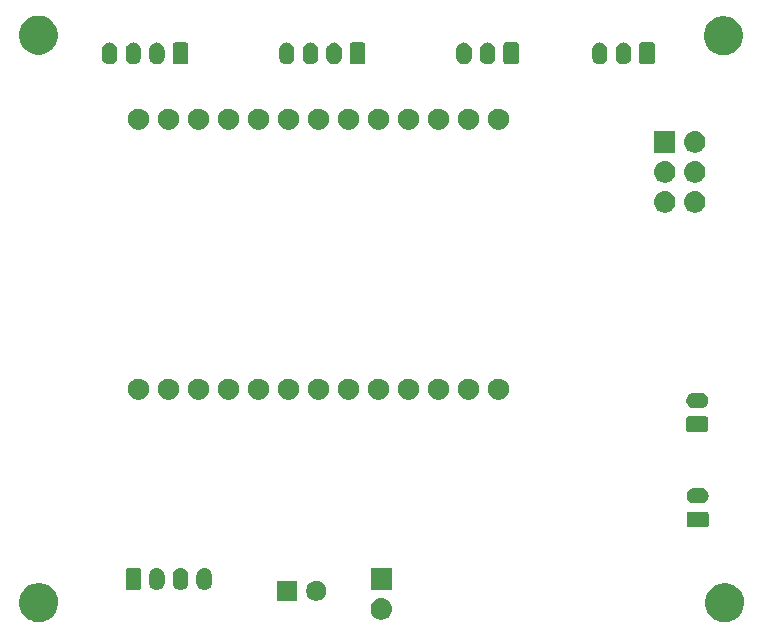
<source format=gbr>
G04 #@! TF.GenerationSoftware,KiCad,Pcbnew,5.1.4*
G04 #@! TF.CreationDate,2019-11-29T20:38:04+00:00*
G04 #@! TF.ProjectId,ESP32ControllerCircuit,45535033-3243-46f6-9e74-726f6c6c6572,rev?*
G04 #@! TF.SameCoordinates,Original*
G04 #@! TF.FileFunction,Soldermask,Bot*
G04 #@! TF.FilePolarity,Negative*
%FSLAX46Y46*%
G04 Gerber Fmt 4.6, Leading zero omitted, Abs format (unit mm)*
G04 Created by KiCad (PCBNEW 5.1.4) date 2019-11-29 20:38:04*
%MOMM*%
%LPD*%
G04 APERTURE LIST*
%ADD10C,0.100000*%
G04 APERTURE END LIST*
D10*
G36*
X134455256Y-126901298D02*
G01*
X134561579Y-126922447D01*
X134774037Y-127010450D01*
X134837898Y-127036902D01*
X134862042Y-127046903D01*
X135132451Y-127227585D01*
X135362415Y-127457549D01*
X135543097Y-127727958D01*
X135667553Y-128028421D01*
X135670350Y-128042481D01*
X135731000Y-128347389D01*
X135731000Y-128672611D01*
X135726838Y-128693534D01*
X135667553Y-128991579D01*
X135543097Y-129292042D01*
X135362415Y-129562451D01*
X135132451Y-129792415D01*
X134862042Y-129973097D01*
X134561579Y-130097553D01*
X134455256Y-130118702D01*
X134242611Y-130161000D01*
X133917389Y-130161000D01*
X133704744Y-130118702D01*
X133598421Y-130097553D01*
X133297958Y-129973097D01*
X133027549Y-129792415D01*
X132797585Y-129562451D01*
X132616903Y-129292042D01*
X132492447Y-128991579D01*
X132433162Y-128693534D01*
X132429000Y-128672611D01*
X132429000Y-128347389D01*
X132489650Y-128042481D01*
X132492447Y-128028421D01*
X132616903Y-127727958D01*
X132797585Y-127457549D01*
X133027549Y-127227585D01*
X133297958Y-127046903D01*
X133322103Y-127036902D01*
X133385963Y-127010450D01*
X133598421Y-126922447D01*
X133704744Y-126901298D01*
X133917389Y-126859000D01*
X134242611Y-126859000D01*
X134455256Y-126901298D01*
X134455256Y-126901298D01*
G37*
G36*
X76375256Y-126891298D02*
G01*
X76481579Y-126912447D01*
X76782042Y-127036903D01*
X77052451Y-127217585D01*
X77282415Y-127447549D01*
X77463097Y-127717958D01*
X77587553Y-128018421D01*
X77592339Y-128042481D01*
X77651000Y-128337389D01*
X77651000Y-128662611D01*
X77644849Y-128693532D01*
X77587553Y-128981579D01*
X77463097Y-129282042D01*
X77282415Y-129552451D01*
X77052451Y-129782415D01*
X76782042Y-129963097D01*
X76782041Y-129963098D01*
X76782040Y-129963098D01*
X76694037Y-129999550D01*
X76481579Y-130087553D01*
X76375256Y-130108702D01*
X76162611Y-130151000D01*
X75837389Y-130151000D01*
X75624744Y-130108702D01*
X75518421Y-130087553D01*
X75305963Y-129999550D01*
X75217960Y-129963098D01*
X75217959Y-129963098D01*
X75217958Y-129963097D01*
X74947549Y-129782415D01*
X74717585Y-129552451D01*
X74536903Y-129282042D01*
X74412447Y-128981579D01*
X74355151Y-128693532D01*
X74349000Y-128662611D01*
X74349000Y-128337389D01*
X74407661Y-128042481D01*
X74412447Y-128018421D01*
X74536903Y-127717958D01*
X74717585Y-127447549D01*
X74947549Y-127217585D01*
X75217958Y-127036903D01*
X75518421Y-126912447D01*
X75624744Y-126891298D01*
X75837389Y-126849000D01*
X76162611Y-126849000D01*
X76375256Y-126891298D01*
X76375256Y-126891298D01*
G37*
G36*
X105110442Y-128145518D02*
G01*
X105176627Y-128152037D01*
X105346466Y-128203557D01*
X105502991Y-128287222D01*
X105538729Y-128316552D01*
X105640186Y-128399814D01*
X105723448Y-128501271D01*
X105752778Y-128537009D01*
X105836443Y-128693534D01*
X105887963Y-128863373D01*
X105905359Y-129040000D01*
X105887963Y-129216627D01*
X105836443Y-129386466D01*
X105752778Y-129542991D01*
X105745014Y-129552451D01*
X105640186Y-129680186D01*
X105538729Y-129763448D01*
X105502991Y-129792778D01*
X105346466Y-129876443D01*
X105176627Y-129927963D01*
X105110442Y-129934482D01*
X105044260Y-129941000D01*
X104955740Y-129941000D01*
X104889558Y-129934482D01*
X104823373Y-129927963D01*
X104653534Y-129876443D01*
X104497009Y-129792778D01*
X104461271Y-129763448D01*
X104359814Y-129680186D01*
X104254986Y-129552451D01*
X104247222Y-129542991D01*
X104163557Y-129386466D01*
X104112037Y-129216627D01*
X104094641Y-129040000D01*
X104112037Y-128863373D01*
X104163557Y-128693534D01*
X104247222Y-128537009D01*
X104276552Y-128501271D01*
X104359814Y-128399814D01*
X104461271Y-128316552D01*
X104497009Y-128287222D01*
X104653534Y-128203557D01*
X104823373Y-128152037D01*
X104889558Y-128145518D01*
X104955740Y-128139000D01*
X105044260Y-128139000D01*
X105110442Y-128145518D01*
X105110442Y-128145518D01*
G37*
G36*
X99748228Y-126681703D02*
G01*
X99903100Y-126745853D01*
X100042481Y-126838985D01*
X100161015Y-126957519D01*
X100254147Y-127096900D01*
X100318297Y-127251772D01*
X100351000Y-127416184D01*
X100351000Y-127583816D01*
X100318297Y-127748228D01*
X100254147Y-127903100D01*
X100161015Y-128042481D01*
X100042481Y-128161015D01*
X99903100Y-128254147D01*
X99748228Y-128318297D01*
X99583816Y-128351000D01*
X99416184Y-128351000D01*
X99251772Y-128318297D01*
X99096900Y-128254147D01*
X98957519Y-128161015D01*
X98838985Y-128042481D01*
X98745853Y-127903100D01*
X98681703Y-127748228D01*
X98649000Y-127583816D01*
X98649000Y-127416184D01*
X98681703Y-127251772D01*
X98745853Y-127096900D01*
X98838985Y-126957519D01*
X98957519Y-126838985D01*
X99096900Y-126745853D01*
X99251772Y-126681703D01*
X99416184Y-126649000D01*
X99583816Y-126649000D01*
X99748228Y-126681703D01*
X99748228Y-126681703D01*
G37*
G36*
X97851000Y-128351000D02*
G01*
X96149000Y-128351000D01*
X96149000Y-126649000D01*
X97851000Y-126649000D01*
X97851000Y-128351000D01*
X97851000Y-128351000D01*
G37*
G36*
X88127617Y-125583420D02*
G01*
X88208399Y-125607925D01*
X88250335Y-125620646D01*
X88363424Y-125681094D01*
X88462554Y-125762447D01*
X88543906Y-125861575D01*
X88604354Y-125974664D01*
X88614040Y-126006596D01*
X88641580Y-126097382D01*
X88651000Y-126193027D01*
X88651000Y-126806973D01*
X88641580Y-126902618D01*
X88614040Y-126993404D01*
X88604354Y-127025336D01*
X88543906Y-127138425D01*
X88462554Y-127237554D01*
X88363425Y-127318906D01*
X88250336Y-127379354D01*
X88218404Y-127389040D01*
X88127618Y-127416580D01*
X88000000Y-127429149D01*
X87872383Y-127416580D01*
X87781597Y-127389040D01*
X87749665Y-127379354D01*
X87636576Y-127318906D01*
X87537447Y-127237554D01*
X87456096Y-127138427D01*
X87456095Y-127138425D01*
X87407174Y-127046902D01*
X87395645Y-127025333D01*
X87383237Y-126984427D01*
X87358420Y-126902618D01*
X87349000Y-126806973D01*
X87349000Y-126193028D01*
X87358420Y-126097383D01*
X87395645Y-125974669D01*
X87395646Y-125974665D01*
X87456094Y-125861576D01*
X87537447Y-125762446D01*
X87636575Y-125681094D01*
X87749664Y-125620646D01*
X87791600Y-125607925D01*
X87872382Y-125583420D01*
X88000000Y-125570851D01*
X88127617Y-125583420D01*
X88127617Y-125583420D01*
G37*
G36*
X90127617Y-125583420D02*
G01*
X90208399Y-125607925D01*
X90250335Y-125620646D01*
X90363424Y-125681094D01*
X90462554Y-125762447D01*
X90543906Y-125861575D01*
X90604354Y-125974664D01*
X90614040Y-126006596D01*
X90641580Y-126097382D01*
X90651000Y-126193027D01*
X90651000Y-126806973D01*
X90641580Y-126902618D01*
X90614040Y-126993404D01*
X90604354Y-127025336D01*
X90543906Y-127138425D01*
X90462554Y-127237554D01*
X90363425Y-127318906D01*
X90250336Y-127379354D01*
X90218404Y-127389040D01*
X90127618Y-127416580D01*
X90000000Y-127429149D01*
X89872383Y-127416580D01*
X89781597Y-127389040D01*
X89749665Y-127379354D01*
X89636576Y-127318906D01*
X89537447Y-127237554D01*
X89456096Y-127138427D01*
X89456095Y-127138425D01*
X89407174Y-127046902D01*
X89395645Y-127025333D01*
X89383237Y-126984427D01*
X89358420Y-126902618D01*
X89349000Y-126806973D01*
X89349000Y-126193028D01*
X89358420Y-126097383D01*
X89395645Y-125974669D01*
X89395646Y-125974665D01*
X89456094Y-125861576D01*
X89537447Y-125762446D01*
X89636575Y-125681094D01*
X89749664Y-125620646D01*
X89791600Y-125607925D01*
X89872382Y-125583420D01*
X90000000Y-125570851D01*
X90127617Y-125583420D01*
X90127617Y-125583420D01*
G37*
G36*
X86127617Y-125583420D02*
G01*
X86208399Y-125607925D01*
X86250335Y-125620646D01*
X86363424Y-125681094D01*
X86462554Y-125762447D01*
X86543906Y-125861575D01*
X86604354Y-125974664D01*
X86614040Y-126006596D01*
X86641580Y-126097382D01*
X86651000Y-126193027D01*
X86651000Y-126806973D01*
X86641580Y-126902618D01*
X86614040Y-126993404D01*
X86604354Y-127025336D01*
X86543906Y-127138425D01*
X86462554Y-127237554D01*
X86363425Y-127318906D01*
X86250336Y-127379354D01*
X86218404Y-127389040D01*
X86127618Y-127416580D01*
X86000000Y-127429149D01*
X85872383Y-127416580D01*
X85781597Y-127389040D01*
X85749665Y-127379354D01*
X85636576Y-127318906D01*
X85537447Y-127237554D01*
X85456096Y-127138427D01*
X85456095Y-127138425D01*
X85407174Y-127046902D01*
X85395645Y-127025333D01*
X85383237Y-126984427D01*
X85358420Y-126902618D01*
X85349000Y-126806973D01*
X85349000Y-126193028D01*
X85358420Y-126097383D01*
X85395645Y-125974669D01*
X85395646Y-125974665D01*
X85456094Y-125861576D01*
X85537447Y-125762446D01*
X85636575Y-125681094D01*
X85749664Y-125620646D01*
X85791600Y-125607925D01*
X85872382Y-125583420D01*
X86000000Y-125570851D01*
X86127617Y-125583420D01*
X86127617Y-125583420D01*
G37*
G36*
X84491242Y-125578404D02*
G01*
X84528337Y-125589657D01*
X84562515Y-125607925D01*
X84592481Y-125632519D01*
X84617075Y-125662485D01*
X84635343Y-125696663D01*
X84646596Y-125733758D01*
X84651000Y-125778474D01*
X84651000Y-127221526D01*
X84646596Y-127266242D01*
X84635343Y-127303337D01*
X84617075Y-127337515D01*
X84592481Y-127367481D01*
X84562515Y-127392075D01*
X84528337Y-127410343D01*
X84491242Y-127421596D01*
X84446526Y-127426000D01*
X83553474Y-127426000D01*
X83508758Y-127421596D01*
X83471663Y-127410343D01*
X83437485Y-127392075D01*
X83407519Y-127367481D01*
X83382925Y-127337515D01*
X83364657Y-127303337D01*
X83353404Y-127266242D01*
X83349000Y-127221526D01*
X83349000Y-125778474D01*
X83353404Y-125733758D01*
X83364657Y-125696663D01*
X83382925Y-125662485D01*
X83407519Y-125632519D01*
X83437485Y-125607925D01*
X83471663Y-125589657D01*
X83508758Y-125578404D01*
X83553474Y-125574000D01*
X84446526Y-125574000D01*
X84491242Y-125578404D01*
X84491242Y-125578404D01*
G37*
G36*
X105901000Y-127401000D02*
G01*
X104099000Y-127401000D01*
X104099000Y-125599000D01*
X105901000Y-125599000D01*
X105901000Y-127401000D01*
X105901000Y-127401000D01*
G37*
G36*
X132556242Y-120803404D02*
G01*
X132593337Y-120814657D01*
X132627515Y-120832925D01*
X132657481Y-120857519D01*
X132682075Y-120887485D01*
X132700343Y-120921663D01*
X132711596Y-120958758D01*
X132716000Y-121003474D01*
X132716000Y-121896526D01*
X132711596Y-121941242D01*
X132700343Y-121978337D01*
X132682075Y-122012515D01*
X132657481Y-122042481D01*
X132627515Y-122067075D01*
X132593337Y-122085343D01*
X132556242Y-122096596D01*
X132511526Y-122101000D01*
X131068474Y-122101000D01*
X131023758Y-122096596D01*
X130986663Y-122085343D01*
X130952485Y-122067075D01*
X130922519Y-122042481D01*
X130897925Y-122012515D01*
X130879657Y-121978337D01*
X130868404Y-121941242D01*
X130864000Y-121896526D01*
X130864000Y-121003474D01*
X130868404Y-120958758D01*
X130879657Y-120921663D01*
X130897925Y-120887485D01*
X130922519Y-120857519D01*
X130952485Y-120832925D01*
X130986663Y-120814657D01*
X131023758Y-120803404D01*
X131068474Y-120799000D01*
X132511526Y-120799000D01*
X132556242Y-120803404D01*
X132556242Y-120803404D01*
G37*
G36*
X132128855Y-118802140D02*
G01*
X132192618Y-118808420D01*
X132283404Y-118835960D01*
X132315336Y-118845646D01*
X132428425Y-118906094D01*
X132527554Y-118987446D01*
X132608906Y-119086575D01*
X132669354Y-119199664D01*
X132669355Y-119199668D01*
X132706580Y-119322382D01*
X132719149Y-119450000D01*
X132706580Y-119577618D01*
X132679040Y-119668404D01*
X132669354Y-119700336D01*
X132608906Y-119813425D01*
X132527554Y-119912554D01*
X132428425Y-119993906D01*
X132315336Y-120054354D01*
X132283404Y-120064040D01*
X132192618Y-120091580D01*
X132128855Y-120097860D01*
X132096974Y-120101000D01*
X131483026Y-120101000D01*
X131451145Y-120097860D01*
X131387382Y-120091580D01*
X131296596Y-120064040D01*
X131264664Y-120054354D01*
X131151575Y-119993906D01*
X131052446Y-119912554D01*
X130971094Y-119813425D01*
X130910646Y-119700336D01*
X130900960Y-119668404D01*
X130873420Y-119577618D01*
X130860851Y-119450000D01*
X130873420Y-119322382D01*
X130910645Y-119199668D01*
X130910646Y-119199664D01*
X130971094Y-119086575D01*
X131052446Y-118987446D01*
X131151575Y-118906094D01*
X131264664Y-118845646D01*
X131296596Y-118835960D01*
X131387382Y-118808420D01*
X131451145Y-118802140D01*
X131483026Y-118799000D01*
X132096974Y-118799000D01*
X132128855Y-118802140D01*
X132128855Y-118802140D01*
G37*
G36*
X132516242Y-112743404D02*
G01*
X132553337Y-112754657D01*
X132587515Y-112772925D01*
X132617481Y-112797519D01*
X132642075Y-112827485D01*
X132660343Y-112861663D01*
X132671596Y-112898758D01*
X132676000Y-112943474D01*
X132676000Y-113836526D01*
X132671596Y-113881242D01*
X132660343Y-113918337D01*
X132642075Y-113952515D01*
X132617481Y-113982481D01*
X132587515Y-114007075D01*
X132553337Y-114025343D01*
X132516242Y-114036596D01*
X132471526Y-114041000D01*
X131028474Y-114041000D01*
X130983758Y-114036596D01*
X130946663Y-114025343D01*
X130912485Y-114007075D01*
X130882519Y-113982481D01*
X130857925Y-113952515D01*
X130839657Y-113918337D01*
X130828404Y-113881242D01*
X130824000Y-113836526D01*
X130824000Y-112943474D01*
X130828404Y-112898758D01*
X130839657Y-112861663D01*
X130857925Y-112827485D01*
X130882519Y-112797519D01*
X130912485Y-112772925D01*
X130946663Y-112754657D01*
X130983758Y-112743404D01*
X131028474Y-112739000D01*
X132471526Y-112739000D01*
X132516242Y-112743404D01*
X132516242Y-112743404D01*
G37*
G36*
X132088855Y-110742140D02*
G01*
X132152618Y-110748420D01*
X132243404Y-110775960D01*
X132275336Y-110785646D01*
X132388425Y-110846094D01*
X132487554Y-110927446D01*
X132568906Y-111026575D01*
X132629354Y-111139664D01*
X132629355Y-111139668D01*
X132666580Y-111262382D01*
X132679149Y-111390000D01*
X132666580Y-111517618D01*
X132639040Y-111608404D01*
X132629354Y-111640336D01*
X132568906Y-111753425D01*
X132487554Y-111852554D01*
X132388425Y-111933906D01*
X132275336Y-111994354D01*
X132243404Y-112004040D01*
X132152618Y-112031580D01*
X132088855Y-112037860D01*
X132056974Y-112041000D01*
X131443026Y-112041000D01*
X131411145Y-112037860D01*
X131347382Y-112031580D01*
X131256596Y-112004040D01*
X131224664Y-111994354D01*
X131111575Y-111933906D01*
X131012446Y-111852554D01*
X130931094Y-111753425D01*
X130870646Y-111640336D01*
X130860960Y-111608404D01*
X130833420Y-111517618D01*
X130820851Y-111390000D01*
X130833420Y-111262382D01*
X130870645Y-111139668D01*
X130870646Y-111139664D01*
X130931094Y-111026575D01*
X131012446Y-110927446D01*
X131111575Y-110846094D01*
X131224664Y-110785646D01*
X131256596Y-110775960D01*
X131347382Y-110748420D01*
X131411145Y-110742140D01*
X131443026Y-110739000D01*
X132056974Y-110739000D01*
X132088855Y-110742140D01*
X132088855Y-110742140D01*
G37*
G36*
X84553512Y-109533927D02*
G01*
X84702812Y-109563624D01*
X84866784Y-109631544D01*
X85014354Y-109730147D01*
X85139853Y-109855646D01*
X85238456Y-110003216D01*
X85306376Y-110167188D01*
X85341000Y-110341259D01*
X85341000Y-110518741D01*
X85306376Y-110692812D01*
X85238456Y-110856784D01*
X85139853Y-111004354D01*
X85014354Y-111129853D01*
X84866784Y-111228456D01*
X84702812Y-111296376D01*
X84553512Y-111326073D01*
X84528742Y-111331000D01*
X84351258Y-111331000D01*
X84326488Y-111326073D01*
X84177188Y-111296376D01*
X84013216Y-111228456D01*
X83865646Y-111129853D01*
X83740147Y-111004354D01*
X83641544Y-110856784D01*
X83573624Y-110692812D01*
X83539000Y-110518741D01*
X83539000Y-110341259D01*
X83573624Y-110167188D01*
X83641544Y-110003216D01*
X83740147Y-109855646D01*
X83865646Y-109730147D01*
X84013216Y-109631544D01*
X84177188Y-109563624D01*
X84326488Y-109533927D01*
X84351258Y-109529000D01*
X84528742Y-109529000D01*
X84553512Y-109533927D01*
X84553512Y-109533927D01*
G37*
G36*
X87093512Y-109533927D02*
G01*
X87242812Y-109563624D01*
X87406784Y-109631544D01*
X87554354Y-109730147D01*
X87679853Y-109855646D01*
X87778456Y-110003216D01*
X87846376Y-110167188D01*
X87881000Y-110341259D01*
X87881000Y-110518741D01*
X87846376Y-110692812D01*
X87778456Y-110856784D01*
X87679853Y-111004354D01*
X87554354Y-111129853D01*
X87406784Y-111228456D01*
X87242812Y-111296376D01*
X87093512Y-111326073D01*
X87068742Y-111331000D01*
X86891258Y-111331000D01*
X86866488Y-111326073D01*
X86717188Y-111296376D01*
X86553216Y-111228456D01*
X86405646Y-111129853D01*
X86280147Y-111004354D01*
X86181544Y-110856784D01*
X86113624Y-110692812D01*
X86079000Y-110518741D01*
X86079000Y-110341259D01*
X86113624Y-110167188D01*
X86181544Y-110003216D01*
X86280147Y-109855646D01*
X86405646Y-109730147D01*
X86553216Y-109631544D01*
X86717188Y-109563624D01*
X86866488Y-109533927D01*
X86891258Y-109529000D01*
X87068742Y-109529000D01*
X87093512Y-109533927D01*
X87093512Y-109533927D01*
G37*
G36*
X89633512Y-109533927D02*
G01*
X89782812Y-109563624D01*
X89946784Y-109631544D01*
X90094354Y-109730147D01*
X90219853Y-109855646D01*
X90318456Y-110003216D01*
X90386376Y-110167188D01*
X90421000Y-110341259D01*
X90421000Y-110518741D01*
X90386376Y-110692812D01*
X90318456Y-110856784D01*
X90219853Y-111004354D01*
X90094354Y-111129853D01*
X89946784Y-111228456D01*
X89782812Y-111296376D01*
X89633512Y-111326073D01*
X89608742Y-111331000D01*
X89431258Y-111331000D01*
X89406488Y-111326073D01*
X89257188Y-111296376D01*
X89093216Y-111228456D01*
X88945646Y-111129853D01*
X88820147Y-111004354D01*
X88721544Y-110856784D01*
X88653624Y-110692812D01*
X88619000Y-110518741D01*
X88619000Y-110341259D01*
X88653624Y-110167188D01*
X88721544Y-110003216D01*
X88820147Y-109855646D01*
X88945646Y-109730147D01*
X89093216Y-109631544D01*
X89257188Y-109563624D01*
X89406488Y-109533927D01*
X89431258Y-109529000D01*
X89608742Y-109529000D01*
X89633512Y-109533927D01*
X89633512Y-109533927D01*
G37*
G36*
X107413512Y-109533927D02*
G01*
X107562812Y-109563624D01*
X107726784Y-109631544D01*
X107874354Y-109730147D01*
X107999853Y-109855646D01*
X108098456Y-110003216D01*
X108166376Y-110167188D01*
X108201000Y-110341259D01*
X108201000Y-110518741D01*
X108166376Y-110692812D01*
X108098456Y-110856784D01*
X107999853Y-111004354D01*
X107874354Y-111129853D01*
X107726784Y-111228456D01*
X107562812Y-111296376D01*
X107413512Y-111326073D01*
X107388742Y-111331000D01*
X107211258Y-111331000D01*
X107186488Y-111326073D01*
X107037188Y-111296376D01*
X106873216Y-111228456D01*
X106725646Y-111129853D01*
X106600147Y-111004354D01*
X106501544Y-110856784D01*
X106433624Y-110692812D01*
X106399000Y-110518741D01*
X106399000Y-110341259D01*
X106433624Y-110167188D01*
X106501544Y-110003216D01*
X106600147Y-109855646D01*
X106725646Y-109730147D01*
X106873216Y-109631544D01*
X107037188Y-109563624D01*
X107186488Y-109533927D01*
X107211258Y-109529000D01*
X107388742Y-109529000D01*
X107413512Y-109533927D01*
X107413512Y-109533927D01*
G37*
G36*
X92173512Y-109533927D02*
G01*
X92322812Y-109563624D01*
X92486784Y-109631544D01*
X92634354Y-109730147D01*
X92759853Y-109855646D01*
X92858456Y-110003216D01*
X92926376Y-110167188D01*
X92961000Y-110341259D01*
X92961000Y-110518741D01*
X92926376Y-110692812D01*
X92858456Y-110856784D01*
X92759853Y-111004354D01*
X92634354Y-111129853D01*
X92486784Y-111228456D01*
X92322812Y-111296376D01*
X92173512Y-111326073D01*
X92148742Y-111331000D01*
X91971258Y-111331000D01*
X91946488Y-111326073D01*
X91797188Y-111296376D01*
X91633216Y-111228456D01*
X91485646Y-111129853D01*
X91360147Y-111004354D01*
X91261544Y-110856784D01*
X91193624Y-110692812D01*
X91159000Y-110518741D01*
X91159000Y-110341259D01*
X91193624Y-110167188D01*
X91261544Y-110003216D01*
X91360147Y-109855646D01*
X91485646Y-109730147D01*
X91633216Y-109631544D01*
X91797188Y-109563624D01*
X91946488Y-109533927D01*
X91971258Y-109529000D01*
X92148742Y-109529000D01*
X92173512Y-109533927D01*
X92173512Y-109533927D01*
G37*
G36*
X94713512Y-109533927D02*
G01*
X94862812Y-109563624D01*
X95026784Y-109631544D01*
X95174354Y-109730147D01*
X95299853Y-109855646D01*
X95398456Y-110003216D01*
X95466376Y-110167188D01*
X95501000Y-110341259D01*
X95501000Y-110518741D01*
X95466376Y-110692812D01*
X95398456Y-110856784D01*
X95299853Y-111004354D01*
X95174354Y-111129853D01*
X95026784Y-111228456D01*
X94862812Y-111296376D01*
X94713512Y-111326073D01*
X94688742Y-111331000D01*
X94511258Y-111331000D01*
X94486488Y-111326073D01*
X94337188Y-111296376D01*
X94173216Y-111228456D01*
X94025646Y-111129853D01*
X93900147Y-111004354D01*
X93801544Y-110856784D01*
X93733624Y-110692812D01*
X93699000Y-110518741D01*
X93699000Y-110341259D01*
X93733624Y-110167188D01*
X93801544Y-110003216D01*
X93900147Y-109855646D01*
X94025646Y-109730147D01*
X94173216Y-109631544D01*
X94337188Y-109563624D01*
X94486488Y-109533927D01*
X94511258Y-109529000D01*
X94688742Y-109529000D01*
X94713512Y-109533927D01*
X94713512Y-109533927D01*
G37*
G36*
X97253512Y-109533927D02*
G01*
X97402812Y-109563624D01*
X97566784Y-109631544D01*
X97714354Y-109730147D01*
X97839853Y-109855646D01*
X97938456Y-110003216D01*
X98006376Y-110167188D01*
X98041000Y-110341259D01*
X98041000Y-110518741D01*
X98006376Y-110692812D01*
X97938456Y-110856784D01*
X97839853Y-111004354D01*
X97714354Y-111129853D01*
X97566784Y-111228456D01*
X97402812Y-111296376D01*
X97253512Y-111326073D01*
X97228742Y-111331000D01*
X97051258Y-111331000D01*
X97026488Y-111326073D01*
X96877188Y-111296376D01*
X96713216Y-111228456D01*
X96565646Y-111129853D01*
X96440147Y-111004354D01*
X96341544Y-110856784D01*
X96273624Y-110692812D01*
X96239000Y-110518741D01*
X96239000Y-110341259D01*
X96273624Y-110167188D01*
X96341544Y-110003216D01*
X96440147Y-109855646D01*
X96565646Y-109730147D01*
X96713216Y-109631544D01*
X96877188Y-109563624D01*
X97026488Y-109533927D01*
X97051258Y-109529000D01*
X97228742Y-109529000D01*
X97253512Y-109533927D01*
X97253512Y-109533927D01*
G37*
G36*
X99793512Y-109533927D02*
G01*
X99942812Y-109563624D01*
X100106784Y-109631544D01*
X100254354Y-109730147D01*
X100379853Y-109855646D01*
X100478456Y-110003216D01*
X100546376Y-110167188D01*
X100581000Y-110341259D01*
X100581000Y-110518741D01*
X100546376Y-110692812D01*
X100478456Y-110856784D01*
X100379853Y-111004354D01*
X100254354Y-111129853D01*
X100106784Y-111228456D01*
X99942812Y-111296376D01*
X99793512Y-111326073D01*
X99768742Y-111331000D01*
X99591258Y-111331000D01*
X99566488Y-111326073D01*
X99417188Y-111296376D01*
X99253216Y-111228456D01*
X99105646Y-111129853D01*
X98980147Y-111004354D01*
X98881544Y-110856784D01*
X98813624Y-110692812D01*
X98779000Y-110518741D01*
X98779000Y-110341259D01*
X98813624Y-110167188D01*
X98881544Y-110003216D01*
X98980147Y-109855646D01*
X99105646Y-109730147D01*
X99253216Y-109631544D01*
X99417188Y-109563624D01*
X99566488Y-109533927D01*
X99591258Y-109529000D01*
X99768742Y-109529000D01*
X99793512Y-109533927D01*
X99793512Y-109533927D01*
G37*
G36*
X102333512Y-109533927D02*
G01*
X102482812Y-109563624D01*
X102646784Y-109631544D01*
X102794354Y-109730147D01*
X102919853Y-109855646D01*
X103018456Y-110003216D01*
X103086376Y-110167188D01*
X103121000Y-110341259D01*
X103121000Y-110518741D01*
X103086376Y-110692812D01*
X103018456Y-110856784D01*
X102919853Y-111004354D01*
X102794354Y-111129853D01*
X102646784Y-111228456D01*
X102482812Y-111296376D01*
X102333512Y-111326073D01*
X102308742Y-111331000D01*
X102131258Y-111331000D01*
X102106488Y-111326073D01*
X101957188Y-111296376D01*
X101793216Y-111228456D01*
X101645646Y-111129853D01*
X101520147Y-111004354D01*
X101421544Y-110856784D01*
X101353624Y-110692812D01*
X101319000Y-110518741D01*
X101319000Y-110341259D01*
X101353624Y-110167188D01*
X101421544Y-110003216D01*
X101520147Y-109855646D01*
X101645646Y-109730147D01*
X101793216Y-109631544D01*
X101957188Y-109563624D01*
X102106488Y-109533927D01*
X102131258Y-109529000D01*
X102308742Y-109529000D01*
X102333512Y-109533927D01*
X102333512Y-109533927D01*
G37*
G36*
X104873512Y-109533927D02*
G01*
X105022812Y-109563624D01*
X105186784Y-109631544D01*
X105334354Y-109730147D01*
X105459853Y-109855646D01*
X105558456Y-110003216D01*
X105626376Y-110167188D01*
X105661000Y-110341259D01*
X105661000Y-110518741D01*
X105626376Y-110692812D01*
X105558456Y-110856784D01*
X105459853Y-111004354D01*
X105334354Y-111129853D01*
X105186784Y-111228456D01*
X105022812Y-111296376D01*
X104873512Y-111326073D01*
X104848742Y-111331000D01*
X104671258Y-111331000D01*
X104646488Y-111326073D01*
X104497188Y-111296376D01*
X104333216Y-111228456D01*
X104185646Y-111129853D01*
X104060147Y-111004354D01*
X103961544Y-110856784D01*
X103893624Y-110692812D01*
X103859000Y-110518741D01*
X103859000Y-110341259D01*
X103893624Y-110167188D01*
X103961544Y-110003216D01*
X104060147Y-109855646D01*
X104185646Y-109730147D01*
X104333216Y-109631544D01*
X104497188Y-109563624D01*
X104646488Y-109533927D01*
X104671258Y-109529000D01*
X104848742Y-109529000D01*
X104873512Y-109533927D01*
X104873512Y-109533927D01*
G37*
G36*
X112493512Y-109533927D02*
G01*
X112642812Y-109563624D01*
X112806784Y-109631544D01*
X112954354Y-109730147D01*
X113079853Y-109855646D01*
X113178456Y-110003216D01*
X113246376Y-110167188D01*
X113281000Y-110341259D01*
X113281000Y-110518741D01*
X113246376Y-110692812D01*
X113178456Y-110856784D01*
X113079853Y-111004354D01*
X112954354Y-111129853D01*
X112806784Y-111228456D01*
X112642812Y-111296376D01*
X112493512Y-111326073D01*
X112468742Y-111331000D01*
X112291258Y-111331000D01*
X112266488Y-111326073D01*
X112117188Y-111296376D01*
X111953216Y-111228456D01*
X111805646Y-111129853D01*
X111680147Y-111004354D01*
X111581544Y-110856784D01*
X111513624Y-110692812D01*
X111479000Y-110518741D01*
X111479000Y-110341259D01*
X111513624Y-110167188D01*
X111581544Y-110003216D01*
X111680147Y-109855646D01*
X111805646Y-109730147D01*
X111953216Y-109631544D01*
X112117188Y-109563624D01*
X112266488Y-109533927D01*
X112291258Y-109529000D01*
X112468742Y-109529000D01*
X112493512Y-109533927D01*
X112493512Y-109533927D01*
G37*
G36*
X115033512Y-109533927D02*
G01*
X115182812Y-109563624D01*
X115346784Y-109631544D01*
X115494354Y-109730147D01*
X115619853Y-109855646D01*
X115718456Y-110003216D01*
X115786376Y-110167188D01*
X115821000Y-110341259D01*
X115821000Y-110518741D01*
X115786376Y-110692812D01*
X115718456Y-110856784D01*
X115619853Y-111004354D01*
X115494354Y-111129853D01*
X115346784Y-111228456D01*
X115182812Y-111296376D01*
X115033512Y-111326073D01*
X115008742Y-111331000D01*
X114831258Y-111331000D01*
X114806488Y-111326073D01*
X114657188Y-111296376D01*
X114493216Y-111228456D01*
X114345646Y-111129853D01*
X114220147Y-111004354D01*
X114121544Y-110856784D01*
X114053624Y-110692812D01*
X114019000Y-110518741D01*
X114019000Y-110341259D01*
X114053624Y-110167188D01*
X114121544Y-110003216D01*
X114220147Y-109855646D01*
X114345646Y-109730147D01*
X114493216Y-109631544D01*
X114657188Y-109563624D01*
X114806488Y-109533927D01*
X114831258Y-109529000D01*
X115008742Y-109529000D01*
X115033512Y-109533927D01*
X115033512Y-109533927D01*
G37*
G36*
X109953512Y-109533927D02*
G01*
X110102812Y-109563624D01*
X110266784Y-109631544D01*
X110414354Y-109730147D01*
X110539853Y-109855646D01*
X110638456Y-110003216D01*
X110706376Y-110167188D01*
X110741000Y-110341259D01*
X110741000Y-110518741D01*
X110706376Y-110692812D01*
X110638456Y-110856784D01*
X110539853Y-111004354D01*
X110414354Y-111129853D01*
X110266784Y-111228456D01*
X110102812Y-111296376D01*
X109953512Y-111326073D01*
X109928742Y-111331000D01*
X109751258Y-111331000D01*
X109726488Y-111326073D01*
X109577188Y-111296376D01*
X109413216Y-111228456D01*
X109265646Y-111129853D01*
X109140147Y-111004354D01*
X109041544Y-110856784D01*
X108973624Y-110692812D01*
X108939000Y-110518741D01*
X108939000Y-110341259D01*
X108973624Y-110167188D01*
X109041544Y-110003216D01*
X109140147Y-109855646D01*
X109265646Y-109730147D01*
X109413216Y-109631544D01*
X109577188Y-109563624D01*
X109726488Y-109533927D01*
X109751258Y-109529000D01*
X109928742Y-109529000D01*
X109953512Y-109533927D01*
X109953512Y-109533927D01*
G37*
G36*
X131650443Y-93685519D02*
G01*
X131716627Y-93692037D01*
X131886466Y-93743557D01*
X132042991Y-93827222D01*
X132078729Y-93856552D01*
X132180186Y-93939814D01*
X132263448Y-94041271D01*
X132292778Y-94077009D01*
X132376443Y-94233534D01*
X132427963Y-94403373D01*
X132445359Y-94580000D01*
X132427963Y-94756627D01*
X132376443Y-94926466D01*
X132292778Y-95082991D01*
X132263448Y-95118729D01*
X132180186Y-95220186D01*
X132078729Y-95303448D01*
X132042991Y-95332778D01*
X131886466Y-95416443D01*
X131716627Y-95467963D01*
X131650443Y-95474481D01*
X131584260Y-95481000D01*
X131495740Y-95481000D01*
X131429558Y-95474482D01*
X131363373Y-95467963D01*
X131193534Y-95416443D01*
X131037009Y-95332778D01*
X131001271Y-95303448D01*
X130899814Y-95220186D01*
X130816552Y-95118729D01*
X130787222Y-95082991D01*
X130703557Y-94926466D01*
X130652037Y-94756627D01*
X130634641Y-94580000D01*
X130652037Y-94403373D01*
X130703557Y-94233534D01*
X130787222Y-94077009D01*
X130816552Y-94041271D01*
X130899814Y-93939814D01*
X131001271Y-93856552D01*
X131037009Y-93827222D01*
X131193534Y-93743557D01*
X131363373Y-93692037D01*
X131429558Y-93685518D01*
X131495740Y-93679000D01*
X131584260Y-93679000D01*
X131650443Y-93685519D01*
X131650443Y-93685519D01*
G37*
G36*
X129110443Y-93685519D02*
G01*
X129176627Y-93692037D01*
X129346466Y-93743557D01*
X129502991Y-93827222D01*
X129538729Y-93856552D01*
X129640186Y-93939814D01*
X129723448Y-94041271D01*
X129752778Y-94077009D01*
X129836443Y-94233534D01*
X129887963Y-94403373D01*
X129905359Y-94580000D01*
X129887963Y-94756627D01*
X129836443Y-94926466D01*
X129752778Y-95082991D01*
X129723448Y-95118729D01*
X129640186Y-95220186D01*
X129538729Y-95303448D01*
X129502991Y-95332778D01*
X129346466Y-95416443D01*
X129176627Y-95467963D01*
X129110443Y-95474481D01*
X129044260Y-95481000D01*
X128955740Y-95481000D01*
X128889558Y-95474482D01*
X128823373Y-95467963D01*
X128653534Y-95416443D01*
X128497009Y-95332778D01*
X128461271Y-95303448D01*
X128359814Y-95220186D01*
X128276552Y-95118729D01*
X128247222Y-95082991D01*
X128163557Y-94926466D01*
X128112037Y-94756627D01*
X128094641Y-94580000D01*
X128112037Y-94403373D01*
X128163557Y-94233534D01*
X128247222Y-94077009D01*
X128276552Y-94041271D01*
X128359814Y-93939814D01*
X128461271Y-93856552D01*
X128497009Y-93827222D01*
X128653534Y-93743557D01*
X128823373Y-93692037D01*
X128889558Y-93685518D01*
X128955740Y-93679000D01*
X129044260Y-93679000D01*
X129110443Y-93685519D01*
X129110443Y-93685519D01*
G37*
G36*
X131650442Y-91145518D02*
G01*
X131716627Y-91152037D01*
X131886466Y-91203557D01*
X132042991Y-91287222D01*
X132078729Y-91316552D01*
X132180186Y-91399814D01*
X132263448Y-91501271D01*
X132292778Y-91537009D01*
X132376443Y-91693534D01*
X132427963Y-91863373D01*
X132445359Y-92040000D01*
X132427963Y-92216627D01*
X132376443Y-92386466D01*
X132292778Y-92542991D01*
X132263448Y-92578729D01*
X132180186Y-92680186D01*
X132078729Y-92763448D01*
X132042991Y-92792778D01*
X131886466Y-92876443D01*
X131716627Y-92927963D01*
X131650442Y-92934482D01*
X131584260Y-92941000D01*
X131495740Y-92941000D01*
X131429558Y-92934482D01*
X131363373Y-92927963D01*
X131193534Y-92876443D01*
X131037009Y-92792778D01*
X131001271Y-92763448D01*
X130899814Y-92680186D01*
X130816552Y-92578729D01*
X130787222Y-92542991D01*
X130703557Y-92386466D01*
X130652037Y-92216627D01*
X130634641Y-92040000D01*
X130652037Y-91863373D01*
X130703557Y-91693534D01*
X130787222Y-91537009D01*
X130816552Y-91501271D01*
X130899814Y-91399814D01*
X131001271Y-91316552D01*
X131037009Y-91287222D01*
X131193534Y-91203557D01*
X131363373Y-91152037D01*
X131429558Y-91145518D01*
X131495740Y-91139000D01*
X131584260Y-91139000D01*
X131650442Y-91145518D01*
X131650442Y-91145518D01*
G37*
G36*
X129110442Y-91145518D02*
G01*
X129176627Y-91152037D01*
X129346466Y-91203557D01*
X129502991Y-91287222D01*
X129538729Y-91316552D01*
X129640186Y-91399814D01*
X129723448Y-91501271D01*
X129752778Y-91537009D01*
X129836443Y-91693534D01*
X129887963Y-91863373D01*
X129905359Y-92040000D01*
X129887963Y-92216627D01*
X129836443Y-92386466D01*
X129752778Y-92542991D01*
X129723448Y-92578729D01*
X129640186Y-92680186D01*
X129538729Y-92763448D01*
X129502991Y-92792778D01*
X129346466Y-92876443D01*
X129176627Y-92927963D01*
X129110442Y-92934482D01*
X129044260Y-92941000D01*
X128955740Y-92941000D01*
X128889558Y-92934482D01*
X128823373Y-92927963D01*
X128653534Y-92876443D01*
X128497009Y-92792778D01*
X128461271Y-92763448D01*
X128359814Y-92680186D01*
X128276552Y-92578729D01*
X128247222Y-92542991D01*
X128163557Y-92386466D01*
X128112037Y-92216627D01*
X128094641Y-92040000D01*
X128112037Y-91863373D01*
X128163557Y-91693534D01*
X128247222Y-91537009D01*
X128276552Y-91501271D01*
X128359814Y-91399814D01*
X128461271Y-91316552D01*
X128497009Y-91287222D01*
X128653534Y-91203557D01*
X128823373Y-91152037D01*
X128889558Y-91145518D01*
X128955740Y-91139000D01*
X129044260Y-91139000D01*
X129110442Y-91145518D01*
X129110442Y-91145518D01*
G37*
G36*
X131650442Y-88605518D02*
G01*
X131716627Y-88612037D01*
X131886466Y-88663557D01*
X132042991Y-88747222D01*
X132078729Y-88776552D01*
X132180186Y-88859814D01*
X132263448Y-88961271D01*
X132292778Y-88997009D01*
X132376443Y-89153534D01*
X132427963Y-89323373D01*
X132445359Y-89500000D01*
X132427963Y-89676627D01*
X132376443Y-89846466D01*
X132292778Y-90002991D01*
X132263448Y-90038729D01*
X132180186Y-90140186D01*
X132078729Y-90223448D01*
X132042991Y-90252778D01*
X131886466Y-90336443D01*
X131716627Y-90387963D01*
X131650442Y-90394482D01*
X131584260Y-90401000D01*
X131495740Y-90401000D01*
X131429558Y-90394482D01*
X131363373Y-90387963D01*
X131193534Y-90336443D01*
X131037009Y-90252778D01*
X131001271Y-90223448D01*
X130899814Y-90140186D01*
X130816552Y-90038729D01*
X130787222Y-90002991D01*
X130703557Y-89846466D01*
X130652037Y-89676627D01*
X130634641Y-89500000D01*
X130652037Y-89323373D01*
X130703557Y-89153534D01*
X130787222Y-88997009D01*
X130816552Y-88961271D01*
X130899814Y-88859814D01*
X131001271Y-88776552D01*
X131037009Y-88747222D01*
X131193534Y-88663557D01*
X131363373Y-88612037D01*
X131429558Y-88605518D01*
X131495740Y-88599000D01*
X131584260Y-88599000D01*
X131650442Y-88605518D01*
X131650442Y-88605518D01*
G37*
G36*
X129901000Y-90401000D02*
G01*
X128099000Y-90401000D01*
X128099000Y-88599000D01*
X129901000Y-88599000D01*
X129901000Y-90401000D01*
X129901000Y-90401000D01*
G37*
G36*
X112493512Y-86673927D02*
G01*
X112642812Y-86703624D01*
X112806784Y-86771544D01*
X112954354Y-86870147D01*
X113079853Y-86995646D01*
X113178456Y-87143216D01*
X113246376Y-87307188D01*
X113281000Y-87481259D01*
X113281000Y-87658741D01*
X113246376Y-87832812D01*
X113178456Y-87996784D01*
X113079853Y-88144354D01*
X112954354Y-88269853D01*
X112806784Y-88368456D01*
X112642812Y-88436376D01*
X112493512Y-88466073D01*
X112468742Y-88471000D01*
X112291258Y-88471000D01*
X112266488Y-88466073D01*
X112117188Y-88436376D01*
X111953216Y-88368456D01*
X111805646Y-88269853D01*
X111680147Y-88144354D01*
X111581544Y-87996784D01*
X111513624Y-87832812D01*
X111479000Y-87658741D01*
X111479000Y-87481259D01*
X111513624Y-87307188D01*
X111581544Y-87143216D01*
X111680147Y-86995646D01*
X111805646Y-86870147D01*
X111953216Y-86771544D01*
X112117188Y-86703624D01*
X112266488Y-86673927D01*
X112291258Y-86669000D01*
X112468742Y-86669000D01*
X112493512Y-86673927D01*
X112493512Y-86673927D01*
G37*
G36*
X84553512Y-86673927D02*
G01*
X84702812Y-86703624D01*
X84866784Y-86771544D01*
X85014354Y-86870147D01*
X85139853Y-86995646D01*
X85238456Y-87143216D01*
X85306376Y-87307188D01*
X85341000Y-87481259D01*
X85341000Y-87658741D01*
X85306376Y-87832812D01*
X85238456Y-87996784D01*
X85139853Y-88144354D01*
X85014354Y-88269853D01*
X84866784Y-88368456D01*
X84702812Y-88436376D01*
X84553512Y-88466073D01*
X84528742Y-88471000D01*
X84351258Y-88471000D01*
X84326488Y-88466073D01*
X84177188Y-88436376D01*
X84013216Y-88368456D01*
X83865646Y-88269853D01*
X83740147Y-88144354D01*
X83641544Y-87996784D01*
X83573624Y-87832812D01*
X83539000Y-87658741D01*
X83539000Y-87481259D01*
X83573624Y-87307188D01*
X83641544Y-87143216D01*
X83740147Y-86995646D01*
X83865646Y-86870147D01*
X84013216Y-86771544D01*
X84177188Y-86703624D01*
X84326488Y-86673927D01*
X84351258Y-86669000D01*
X84528742Y-86669000D01*
X84553512Y-86673927D01*
X84553512Y-86673927D01*
G37*
G36*
X89633512Y-86673927D02*
G01*
X89782812Y-86703624D01*
X89946784Y-86771544D01*
X90094354Y-86870147D01*
X90219853Y-86995646D01*
X90318456Y-87143216D01*
X90386376Y-87307188D01*
X90421000Y-87481259D01*
X90421000Y-87658741D01*
X90386376Y-87832812D01*
X90318456Y-87996784D01*
X90219853Y-88144354D01*
X90094354Y-88269853D01*
X89946784Y-88368456D01*
X89782812Y-88436376D01*
X89633512Y-88466073D01*
X89608742Y-88471000D01*
X89431258Y-88471000D01*
X89406488Y-88466073D01*
X89257188Y-88436376D01*
X89093216Y-88368456D01*
X88945646Y-88269853D01*
X88820147Y-88144354D01*
X88721544Y-87996784D01*
X88653624Y-87832812D01*
X88619000Y-87658741D01*
X88619000Y-87481259D01*
X88653624Y-87307188D01*
X88721544Y-87143216D01*
X88820147Y-86995646D01*
X88945646Y-86870147D01*
X89093216Y-86771544D01*
X89257188Y-86703624D01*
X89406488Y-86673927D01*
X89431258Y-86669000D01*
X89608742Y-86669000D01*
X89633512Y-86673927D01*
X89633512Y-86673927D01*
G37*
G36*
X92173512Y-86673927D02*
G01*
X92322812Y-86703624D01*
X92486784Y-86771544D01*
X92634354Y-86870147D01*
X92759853Y-86995646D01*
X92858456Y-87143216D01*
X92926376Y-87307188D01*
X92961000Y-87481259D01*
X92961000Y-87658741D01*
X92926376Y-87832812D01*
X92858456Y-87996784D01*
X92759853Y-88144354D01*
X92634354Y-88269853D01*
X92486784Y-88368456D01*
X92322812Y-88436376D01*
X92173512Y-88466073D01*
X92148742Y-88471000D01*
X91971258Y-88471000D01*
X91946488Y-88466073D01*
X91797188Y-88436376D01*
X91633216Y-88368456D01*
X91485646Y-88269853D01*
X91360147Y-88144354D01*
X91261544Y-87996784D01*
X91193624Y-87832812D01*
X91159000Y-87658741D01*
X91159000Y-87481259D01*
X91193624Y-87307188D01*
X91261544Y-87143216D01*
X91360147Y-86995646D01*
X91485646Y-86870147D01*
X91633216Y-86771544D01*
X91797188Y-86703624D01*
X91946488Y-86673927D01*
X91971258Y-86669000D01*
X92148742Y-86669000D01*
X92173512Y-86673927D01*
X92173512Y-86673927D01*
G37*
G36*
X94713512Y-86673927D02*
G01*
X94862812Y-86703624D01*
X95026784Y-86771544D01*
X95174354Y-86870147D01*
X95299853Y-86995646D01*
X95398456Y-87143216D01*
X95466376Y-87307188D01*
X95501000Y-87481259D01*
X95501000Y-87658741D01*
X95466376Y-87832812D01*
X95398456Y-87996784D01*
X95299853Y-88144354D01*
X95174354Y-88269853D01*
X95026784Y-88368456D01*
X94862812Y-88436376D01*
X94713512Y-88466073D01*
X94688742Y-88471000D01*
X94511258Y-88471000D01*
X94486488Y-88466073D01*
X94337188Y-88436376D01*
X94173216Y-88368456D01*
X94025646Y-88269853D01*
X93900147Y-88144354D01*
X93801544Y-87996784D01*
X93733624Y-87832812D01*
X93699000Y-87658741D01*
X93699000Y-87481259D01*
X93733624Y-87307188D01*
X93801544Y-87143216D01*
X93900147Y-86995646D01*
X94025646Y-86870147D01*
X94173216Y-86771544D01*
X94337188Y-86703624D01*
X94486488Y-86673927D01*
X94511258Y-86669000D01*
X94688742Y-86669000D01*
X94713512Y-86673927D01*
X94713512Y-86673927D01*
G37*
G36*
X97253512Y-86673927D02*
G01*
X97402812Y-86703624D01*
X97566784Y-86771544D01*
X97714354Y-86870147D01*
X97839853Y-86995646D01*
X97938456Y-87143216D01*
X98006376Y-87307188D01*
X98041000Y-87481259D01*
X98041000Y-87658741D01*
X98006376Y-87832812D01*
X97938456Y-87996784D01*
X97839853Y-88144354D01*
X97714354Y-88269853D01*
X97566784Y-88368456D01*
X97402812Y-88436376D01*
X97253512Y-88466073D01*
X97228742Y-88471000D01*
X97051258Y-88471000D01*
X97026488Y-88466073D01*
X96877188Y-88436376D01*
X96713216Y-88368456D01*
X96565646Y-88269853D01*
X96440147Y-88144354D01*
X96341544Y-87996784D01*
X96273624Y-87832812D01*
X96239000Y-87658741D01*
X96239000Y-87481259D01*
X96273624Y-87307188D01*
X96341544Y-87143216D01*
X96440147Y-86995646D01*
X96565646Y-86870147D01*
X96713216Y-86771544D01*
X96877188Y-86703624D01*
X97026488Y-86673927D01*
X97051258Y-86669000D01*
X97228742Y-86669000D01*
X97253512Y-86673927D01*
X97253512Y-86673927D01*
G37*
G36*
X99793512Y-86673927D02*
G01*
X99942812Y-86703624D01*
X100106784Y-86771544D01*
X100254354Y-86870147D01*
X100379853Y-86995646D01*
X100478456Y-87143216D01*
X100546376Y-87307188D01*
X100581000Y-87481259D01*
X100581000Y-87658741D01*
X100546376Y-87832812D01*
X100478456Y-87996784D01*
X100379853Y-88144354D01*
X100254354Y-88269853D01*
X100106784Y-88368456D01*
X99942812Y-88436376D01*
X99793512Y-88466073D01*
X99768742Y-88471000D01*
X99591258Y-88471000D01*
X99566488Y-88466073D01*
X99417188Y-88436376D01*
X99253216Y-88368456D01*
X99105646Y-88269853D01*
X98980147Y-88144354D01*
X98881544Y-87996784D01*
X98813624Y-87832812D01*
X98779000Y-87658741D01*
X98779000Y-87481259D01*
X98813624Y-87307188D01*
X98881544Y-87143216D01*
X98980147Y-86995646D01*
X99105646Y-86870147D01*
X99253216Y-86771544D01*
X99417188Y-86703624D01*
X99566488Y-86673927D01*
X99591258Y-86669000D01*
X99768742Y-86669000D01*
X99793512Y-86673927D01*
X99793512Y-86673927D01*
G37*
G36*
X102333512Y-86673927D02*
G01*
X102482812Y-86703624D01*
X102646784Y-86771544D01*
X102794354Y-86870147D01*
X102919853Y-86995646D01*
X103018456Y-87143216D01*
X103086376Y-87307188D01*
X103121000Y-87481259D01*
X103121000Y-87658741D01*
X103086376Y-87832812D01*
X103018456Y-87996784D01*
X102919853Y-88144354D01*
X102794354Y-88269853D01*
X102646784Y-88368456D01*
X102482812Y-88436376D01*
X102333512Y-88466073D01*
X102308742Y-88471000D01*
X102131258Y-88471000D01*
X102106488Y-88466073D01*
X101957188Y-88436376D01*
X101793216Y-88368456D01*
X101645646Y-88269853D01*
X101520147Y-88144354D01*
X101421544Y-87996784D01*
X101353624Y-87832812D01*
X101319000Y-87658741D01*
X101319000Y-87481259D01*
X101353624Y-87307188D01*
X101421544Y-87143216D01*
X101520147Y-86995646D01*
X101645646Y-86870147D01*
X101793216Y-86771544D01*
X101957188Y-86703624D01*
X102106488Y-86673927D01*
X102131258Y-86669000D01*
X102308742Y-86669000D01*
X102333512Y-86673927D01*
X102333512Y-86673927D01*
G37*
G36*
X104873512Y-86673927D02*
G01*
X105022812Y-86703624D01*
X105186784Y-86771544D01*
X105334354Y-86870147D01*
X105459853Y-86995646D01*
X105558456Y-87143216D01*
X105626376Y-87307188D01*
X105661000Y-87481259D01*
X105661000Y-87658741D01*
X105626376Y-87832812D01*
X105558456Y-87996784D01*
X105459853Y-88144354D01*
X105334354Y-88269853D01*
X105186784Y-88368456D01*
X105022812Y-88436376D01*
X104873512Y-88466073D01*
X104848742Y-88471000D01*
X104671258Y-88471000D01*
X104646488Y-88466073D01*
X104497188Y-88436376D01*
X104333216Y-88368456D01*
X104185646Y-88269853D01*
X104060147Y-88144354D01*
X103961544Y-87996784D01*
X103893624Y-87832812D01*
X103859000Y-87658741D01*
X103859000Y-87481259D01*
X103893624Y-87307188D01*
X103961544Y-87143216D01*
X104060147Y-86995646D01*
X104185646Y-86870147D01*
X104333216Y-86771544D01*
X104497188Y-86703624D01*
X104646488Y-86673927D01*
X104671258Y-86669000D01*
X104848742Y-86669000D01*
X104873512Y-86673927D01*
X104873512Y-86673927D01*
G37*
G36*
X107413512Y-86673927D02*
G01*
X107562812Y-86703624D01*
X107726784Y-86771544D01*
X107874354Y-86870147D01*
X107999853Y-86995646D01*
X108098456Y-87143216D01*
X108166376Y-87307188D01*
X108201000Y-87481259D01*
X108201000Y-87658741D01*
X108166376Y-87832812D01*
X108098456Y-87996784D01*
X107999853Y-88144354D01*
X107874354Y-88269853D01*
X107726784Y-88368456D01*
X107562812Y-88436376D01*
X107413512Y-88466073D01*
X107388742Y-88471000D01*
X107211258Y-88471000D01*
X107186488Y-88466073D01*
X107037188Y-88436376D01*
X106873216Y-88368456D01*
X106725646Y-88269853D01*
X106600147Y-88144354D01*
X106501544Y-87996784D01*
X106433624Y-87832812D01*
X106399000Y-87658741D01*
X106399000Y-87481259D01*
X106433624Y-87307188D01*
X106501544Y-87143216D01*
X106600147Y-86995646D01*
X106725646Y-86870147D01*
X106873216Y-86771544D01*
X107037188Y-86703624D01*
X107186488Y-86673927D01*
X107211258Y-86669000D01*
X107388742Y-86669000D01*
X107413512Y-86673927D01*
X107413512Y-86673927D01*
G37*
G36*
X109953512Y-86673927D02*
G01*
X110102812Y-86703624D01*
X110266784Y-86771544D01*
X110414354Y-86870147D01*
X110539853Y-86995646D01*
X110638456Y-87143216D01*
X110706376Y-87307188D01*
X110741000Y-87481259D01*
X110741000Y-87658741D01*
X110706376Y-87832812D01*
X110638456Y-87996784D01*
X110539853Y-88144354D01*
X110414354Y-88269853D01*
X110266784Y-88368456D01*
X110102812Y-88436376D01*
X109953512Y-88466073D01*
X109928742Y-88471000D01*
X109751258Y-88471000D01*
X109726488Y-88466073D01*
X109577188Y-88436376D01*
X109413216Y-88368456D01*
X109265646Y-88269853D01*
X109140147Y-88144354D01*
X109041544Y-87996784D01*
X108973624Y-87832812D01*
X108939000Y-87658741D01*
X108939000Y-87481259D01*
X108973624Y-87307188D01*
X109041544Y-87143216D01*
X109140147Y-86995646D01*
X109265646Y-86870147D01*
X109413216Y-86771544D01*
X109577188Y-86703624D01*
X109726488Y-86673927D01*
X109751258Y-86669000D01*
X109928742Y-86669000D01*
X109953512Y-86673927D01*
X109953512Y-86673927D01*
G37*
G36*
X87093512Y-86673927D02*
G01*
X87242812Y-86703624D01*
X87406784Y-86771544D01*
X87554354Y-86870147D01*
X87679853Y-86995646D01*
X87778456Y-87143216D01*
X87846376Y-87307188D01*
X87881000Y-87481259D01*
X87881000Y-87658741D01*
X87846376Y-87832812D01*
X87778456Y-87996784D01*
X87679853Y-88144354D01*
X87554354Y-88269853D01*
X87406784Y-88368456D01*
X87242812Y-88436376D01*
X87093512Y-88466073D01*
X87068742Y-88471000D01*
X86891258Y-88471000D01*
X86866488Y-88466073D01*
X86717188Y-88436376D01*
X86553216Y-88368456D01*
X86405646Y-88269853D01*
X86280147Y-88144354D01*
X86181544Y-87996784D01*
X86113624Y-87832812D01*
X86079000Y-87658741D01*
X86079000Y-87481259D01*
X86113624Y-87307188D01*
X86181544Y-87143216D01*
X86280147Y-86995646D01*
X86405646Y-86870147D01*
X86553216Y-86771544D01*
X86717188Y-86703624D01*
X86866488Y-86673927D01*
X86891258Y-86669000D01*
X87068742Y-86669000D01*
X87093512Y-86673927D01*
X87093512Y-86673927D01*
G37*
G36*
X115033512Y-86673927D02*
G01*
X115182812Y-86703624D01*
X115346784Y-86771544D01*
X115494354Y-86870147D01*
X115619853Y-86995646D01*
X115718456Y-87143216D01*
X115786376Y-87307188D01*
X115821000Y-87481259D01*
X115821000Y-87658741D01*
X115786376Y-87832812D01*
X115718456Y-87996784D01*
X115619853Y-88144354D01*
X115494354Y-88269853D01*
X115346784Y-88368456D01*
X115182812Y-88436376D01*
X115033512Y-88466073D01*
X115008742Y-88471000D01*
X114831258Y-88471000D01*
X114806488Y-88466073D01*
X114657188Y-88436376D01*
X114493216Y-88368456D01*
X114345646Y-88269853D01*
X114220147Y-88144354D01*
X114121544Y-87996784D01*
X114053624Y-87832812D01*
X114019000Y-87658741D01*
X114019000Y-87481259D01*
X114053624Y-87307188D01*
X114121544Y-87143216D01*
X114220147Y-86995646D01*
X114345646Y-86870147D01*
X114493216Y-86771544D01*
X114657188Y-86703624D01*
X114806488Y-86673927D01*
X114831258Y-86669000D01*
X115008742Y-86669000D01*
X115033512Y-86673927D01*
X115033512Y-86673927D01*
G37*
G36*
X125627618Y-81083420D02*
G01*
X125708400Y-81107925D01*
X125750336Y-81120646D01*
X125863425Y-81181094D01*
X125962554Y-81262446D01*
X126043906Y-81361575D01*
X126104354Y-81474664D01*
X126104355Y-81474668D01*
X126141580Y-81597382D01*
X126151000Y-81693027D01*
X126151000Y-82306973D01*
X126141580Y-82402618D01*
X126114040Y-82493404D01*
X126104354Y-82525336D01*
X126043906Y-82638425D01*
X125962554Y-82737553D01*
X125863424Y-82818906D01*
X125750335Y-82879354D01*
X125718403Y-82889040D01*
X125627617Y-82916580D01*
X125500000Y-82929149D01*
X125372382Y-82916580D01*
X125281596Y-82889040D01*
X125249664Y-82879354D01*
X125136575Y-82818906D01*
X125037447Y-82737554D01*
X124956094Y-82638424D01*
X124895646Y-82525335D01*
X124885960Y-82493403D01*
X124858420Y-82402617D01*
X124849000Y-82306972D01*
X124849000Y-81693027D01*
X124858420Y-81597382D01*
X124895645Y-81474668D01*
X124895645Y-81474667D01*
X124927957Y-81414217D01*
X124956095Y-81361574D01*
X124969493Y-81345249D01*
X125037447Y-81262446D01*
X125136576Y-81181094D01*
X125249665Y-81120646D01*
X125291601Y-81107925D01*
X125372383Y-81083420D01*
X125500000Y-81070851D01*
X125627618Y-81083420D01*
X125627618Y-81083420D01*
G37*
G36*
X84127618Y-81083420D02*
G01*
X84208400Y-81107925D01*
X84250336Y-81120646D01*
X84363425Y-81181094D01*
X84462554Y-81262446D01*
X84543906Y-81361575D01*
X84604354Y-81474664D01*
X84604355Y-81474668D01*
X84641580Y-81597382D01*
X84651000Y-81693027D01*
X84651000Y-82306973D01*
X84641580Y-82402618D01*
X84614040Y-82493404D01*
X84604354Y-82525336D01*
X84543906Y-82638425D01*
X84462554Y-82737553D01*
X84363424Y-82818906D01*
X84250335Y-82879354D01*
X84218403Y-82889040D01*
X84127617Y-82916580D01*
X84000000Y-82929149D01*
X83872382Y-82916580D01*
X83781596Y-82889040D01*
X83749664Y-82879354D01*
X83636575Y-82818906D01*
X83537447Y-82737554D01*
X83456094Y-82638424D01*
X83395646Y-82525335D01*
X83385960Y-82493403D01*
X83358420Y-82402617D01*
X83349000Y-82306972D01*
X83349000Y-81693027D01*
X83358420Y-81597382D01*
X83395645Y-81474668D01*
X83395645Y-81474667D01*
X83427957Y-81414217D01*
X83456095Y-81361574D01*
X83469493Y-81345249D01*
X83537447Y-81262446D01*
X83636576Y-81181094D01*
X83749665Y-81120646D01*
X83791601Y-81107925D01*
X83872383Y-81083420D01*
X84000000Y-81070851D01*
X84127618Y-81083420D01*
X84127618Y-81083420D01*
G37*
G36*
X123627618Y-81083420D02*
G01*
X123708400Y-81107925D01*
X123750336Y-81120646D01*
X123863425Y-81181094D01*
X123962554Y-81262446D01*
X124043906Y-81361575D01*
X124104354Y-81474664D01*
X124104355Y-81474668D01*
X124141580Y-81597382D01*
X124151000Y-81693027D01*
X124151000Y-82306973D01*
X124141580Y-82402618D01*
X124114040Y-82493404D01*
X124104354Y-82525336D01*
X124043906Y-82638425D01*
X123962554Y-82737553D01*
X123863424Y-82818906D01*
X123750335Y-82879354D01*
X123718403Y-82889040D01*
X123627617Y-82916580D01*
X123500000Y-82929149D01*
X123372382Y-82916580D01*
X123281596Y-82889040D01*
X123249664Y-82879354D01*
X123136575Y-82818906D01*
X123037447Y-82737554D01*
X122956094Y-82638424D01*
X122895646Y-82525335D01*
X122885960Y-82493403D01*
X122858420Y-82402617D01*
X122849000Y-82306972D01*
X122849000Y-81693027D01*
X122858420Y-81597382D01*
X122895645Y-81474668D01*
X122895645Y-81474667D01*
X122927957Y-81414217D01*
X122956095Y-81361574D01*
X122969493Y-81345249D01*
X123037447Y-81262446D01*
X123136576Y-81181094D01*
X123249665Y-81120646D01*
X123291601Y-81107925D01*
X123372383Y-81083420D01*
X123500000Y-81070851D01*
X123627618Y-81083420D01*
X123627618Y-81083420D01*
G37*
G36*
X114127618Y-81083420D02*
G01*
X114208400Y-81107925D01*
X114250336Y-81120646D01*
X114363425Y-81181094D01*
X114462554Y-81262446D01*
X114543906Y-81361575D01*
X114604354Y-81474664D01*
X114604355Y-81474668D01*
X114641580Y-81597382D01*
X114651000Y-81693027D01*
X114651000Y-82306973D01*
X114641580Y-82402618D01*
X114614040Y-82493404D01*
X114604354Y-82525336D01*
X114543906Y-82638425D01*
X114462554Y-82737553D01*
X114363424Y-82818906D01*
X114250335Y-82879354D01*
X114218403Y-82889040D01*
X114127617Y-82916580D01*
X114000000Y-82929149D01*
X113872382Y-82916580D01*
X113781596Y-82889040D01*
X113749664Y-82879354D01*
X113636575Y-82818906D01*
X113537447Y-82737554D01*
X113456094Y-82638424D01*
X113395646Y-82525335D01*
X113385960Y-82493403D01*
X113358420Y-82402617D01*
X113349000Y-82306972D01*
X113349000Y-81693027D01*
X113358420Y-81597382D01*
X113395645Y-81474668D01*
X113395645Y-81474667D01*
X113427957Y-81414217D01*
X113456095Y-81361574D01*
X113469493Y-81345249D01*
X113537447Y-81262446D01*
X113636576Y-81181094D01*
X113749665Y-81120646D01*
X113791601Y-81107925D01*
X113872383Y-81083420D01*
X114000000Y-81070851D01*
X114127618Y-81083420D01*
X114127618Y-81083420D01*
G37*
G36*
X112127618Y-81083420D02*
G01*
X112208400Y-81107925D01*
X112250336Y-81120646D01*
X112363425Y-81181094D01*
X112462554Y-81262446D01*
X112543906Y-81361575D01*
X112604354Y-81474664D01*
X112604355Y-81474668D01*
X112641580Y-81597382D01*
X112651000Y-81693027D01*
X112651000Y-82306973D01*
X112641580Y-82402618D01*
X112614040Y-82493404D01*
X112604354Y-82525336D01*
X112543906Y-82638425D01*
X112462554Y-82737553D01*
X112363424Y-82818906D01*
X112250335Y-82879354D01*
X112218403Y-82889040D01*
X112127617Y-82916580D01*
X112000000Y-82929149D01*
X111872382Y-82916580D01*
X111781596Y-82889040D01*
X111749664Y-82879354D01*
X111636575Y-82818906D01*
X111537447Y-82737554D01*
X111456094Y-82638424D01*
X111395646Y-82525335D01*
X111385960Y-82493403D01*
X111358420Y-82402617D01*
X111349000Y-82306972D01*
X111349000Y-81693027D01*
X111358420Y-81597382D01*
X111395645Y-81474668D01*
X111395645Y-81474667D01*
X111427957Y-81414217D01*
X111456095Y-81361574D01*
X111469493Y-81345249D01*
X111537447Y-81262446D01*
X111636576Y-81181094D01*
X111749665Y-81120646D01*
X111791601Y-81107925D01*
X111872383Y-81083420D01*
X112000000Y-81070851D01*
X112127618Y-81083420D01*
X112127618Y-81083420D01*
G37*
G36*
X101127618Y-81083420D02*
G01*
X101208400Y-81107925D01*
X101250336Y-81120646D01*
X101363425Y-81181094D01*
X101462554Y-81262446D01*
X101543906Y-81361575D01*
X101604354Y-81474664D01*
X101604355Y-81474668D01*
X101641580Y-81597382D01*
X101651000Y-81693027D01*
X101651000Y-82306973D01*
X101641580Y-82402618D01*
X101614040Y-82493404D01*
X101604354Y-82525336D01*
X101543906Y-82638425D01*
X101462554Y-82737553D01*
X101363424Y-82818906D01*
X101250335Y-82879354D01*
X101218403Y-82889040D01*
X101127617Y-82916580D01*
X101000000Y-82929149D01*
X100872382Y-82916580D01*
X100781596Y-82889040D01*
X100749664Y-82879354D01*
X100636575Y-82818906D01*
X100537447Y-82737554D01*
X100456094Y-82638424D01*
X100395646Y-82525335D01*
X100385960Y-82493403D01*
X100358420Y-82402617D01*
X100349000Y-82306972D01*
X100349000Y-81693027D01*
X100358420Y-81597382D01*
X100395645Y-81474668D01*
X100395645Y-81474667D01*
X100427957Y-81414217D01*
X100456095Y-81361574D01*
X100469493Y-81345249D01*
X100537447Y-81262446D01*
X100636576Y-81181094D01*
X100749665Y-81120646D01*
X100791601Y-81107925D01*
X100872383Y-81083420D01*
X101000000Y-81070851D01*
X101127618Y-81083420D01*
X101127618Y-81083420D01*
G37*
G36*
X99127618Y-81083420D02*
G01*
X99208400Y-81107925D01*
X99250336Y-81120646D01*
X99363425Y-81181094D01*
X99462554Y-81262446D01*
X99543906Y-81361575D01*
X99604354Y-81474664D01*
X99604355Y-81474668D01*
X99641580Y-81597382D01*
X99651000Y-81693027D01*
X99651000Y-82306973D01*
X99641580Y-82402618D01*
X99614040Y-82493404D01*
X99604354Y-82525336D01*
X99543906Y-82638425D01*
X99462554Y-82737553D01*
X99363424Y-82818906D01*
X99250335Y-82879354D01*
X99218403Y-82889040D01*
X99127617Y-82916580D01*
X99000000Y-82929149D01*
X98872382Y-82916580D01*
X98781596Y-82889040D01*
X98749664Y-82879354D01*
X98636575Y-82818906D01*
X98537447Y-82737554D01*
X98456094Y-82638424D01*
X98395646Y-82525335D01*
X98385960Y-82493403D01*
X98358420Y-82402617D01*
X98349000Y-82306972D01*
X98349000Y-81693027D01*
X98358420Y-81597382D01*
X98395645Y-81474668D01*
X98395645Y-81474667D01*
X98427957Y-81414217D01*
X98456095Y-81361574D01*
X98469493Y-81345249D01*
X98537447Y-81262446D01*
X98636576Y-81181094D01*
X98749665Y-81120646D01*
X98791601Y-81107925D01*
X98872383Y-81083420D01*
X99000000Y-81070851D01*
X99127618Y-81083420D01*
X99127618Y-81083420D01*
G37*
G36*
X97127618Y-81083420D02*
G01*
X97208400Y-81107925D01*
X97250336Y-81120646D01*
X97363425Y-81181094D01*
X97462554Y-81262446D01*
X97543906Y-81361575D01*
X97604354Y-81474664D01*
X97604355Y-81474668D01*
X97641580Y-81597382D01*
X97651000Y-81693027D01*
X97651000Y-82306973D01*
X97641580Y-82402618D01*
X97614040Y-82493404D01*
X97604354Y-82525336D01*
X97543906Y-82638425D01*
X97462554Y-82737553D01*
X97363424Y-82818906D01*
X97250335Y-82879354D01*
X97218403Y-82889040D01*
X97127617Y-82916580D01*
X97000000Y-82929149D01*
X96872382Y-82916580D01*
X96781596Y-82889040D01*
X96749664Y-82879354D01*
X96636575Y-82818906D01*
X96537447Y-82737554D01*
X96456094Y-82638424D01*
X96395646Y-82525335D01*
X96385960Y-82493403D01*
X96358420Y-82402617D01*
X96349000Y-82306972D01*
X96349000Y-81693027D01*
X96358420Y-81597382D01*
X96395645Y-81474668D01*
X96395645Y-81474667D01*
X96427957Y-81414217D01*
X96456095Y-81361574D01*
X96469493Y-81345249D01*
X96537447Y-81262446D01*
X96636576Y-81181094D01*
X96749665Y-81120646D01*
X96791601Y-81107925D01*
X96872383Y-81083420D01*
X97000000Y-81070851D01*
X97127618Y-81083420D01*
X97127618Y-81083420D01*
G37*
G36*
X86127618Y-81083420D02*
G01*
X86208400Y-81107925D01*
X86250336Y-81120646D01*
X86363425Y-81181094D01*
X86462554Y-81262446D01*
X86543906Y-81361575D01*
X86604354Y-81474664D01*
X86604355Y-81474668D01*
X86641580Y-81597382D01*
X86651000Y-81693027D01*
X86651000Y-82306973D01*
X86641580Y-82402618D01*
X86614040Y-82493404D01*
X86604354Y-82525336D01*
X86543906Y-82638425D01*
X86462554Y-82737553D01*
X86363424Y-82818906D01*
X86250335Y-82879354D01*
X86218403Y-82889040D01*
X86127617Y-82916580D01*
X86000000Y-82929149D01*
X85872382Y-82916580D01*
X85781596Y-82889040D01*
X85749664Y-82879354D01*
X85636575Y-82818906D01*
X85537447Y-82737554D01*
X85456094Y-82638424D01*
X85395646Y-82525335D01*
X85385960Y-82493403D01*
X85358420Y-82402617D01*
X85349000Y-82306972D01*
X85349000Y-81693027D01*
X85358420Y-81597382D01*
X85395645Y-81474668D01*
X85395645Y-81474667D01*
X85427957Y-81414217D01*
X85456095Y-81361574D01*
X85469493Y-81345249D01*
X85537447Y-81262446D01*
X85636576Y-81181094D01*
X85749665Y-81120646D01*
X85791601Y-81107925D01*
X85872383Y-81083420D01*
X86000000Y-81070851D01*
X86127618Y-81083420D01*
X86127618Y-81083420D01*
G37*
G36*
X82127618Y-81083420D02*
G01*
X82208400Y-81107925D01*
X82250336Y-81120646D01*
X82363425Y-81181094D01*
X82462554Y-81262446D01*
X82543906Y-81361575D01*
X82604354Y-81474664D01*
X82604355Y-81474668D01*
X82641580Y-81597382D01*
X82651000Y-81693027D01*
X82651000Y-82306973D01*
X82641580Y-82402618D01*
X82614040Y-82493404D01*
X82604354Y-82525336D01*
X82543906Y-82638425D01*
X82462554Y-82737553D01*
X82363424Y-82818906D01*
X82250335Y-82879354D01*
X82218403Y-82889040D01*
X82127617Y-82916580D01*
X82000000Y-82929149D01*
X81872382Y-82916580D01*
X81781596Y-82889040D01*
X81749664Y-82879354D01*
X81636575Y-82818906D01*
X81537447Y-82737554D01*
X81456094Y-82638424D01*
X81395646Y-82525335D01*
X81385960Y-82493403D01*
X81358420Y-82402617D01*
X81349000Y-82306972D01*
X81349000Y-81693027D01*
X81358420Y-81597382D01*
X81395645Y-81474668D01*
X81395645Y-81474667D01*
X81427957Y-81414217D01*
X81456095Y-81361574D01*
X81469493Y-81345249D01*
X81537447Y-81262446D01*
X81636576Y-81181094D01*
X81749665Y-81120646D01*
X81791601Y-81107925D01*
X81872383Y-81083420D01*
X82000000Y-81070851D01*
X82127618Y-81083420D01*
X82127618Y-81083420D01*
G37*
G36*
X103491242Y-81078404D02*
G01*
X103528337Y-81089657D01*
X103562515Y-81107925D01*
X103592481Y-81132519D01*
X103617075Y-81162485D01*
X103635343Y-81196663D01*
X103646596Y-81233758D01*
X103651000Y-81278474D01*
X103651000Y-82721526D01*
X103646596Y-82766242D01*
X103635343Y-82803337D01*
X103617075Y-82837515D01*
X103592481Y-82867481D01*
X103562515Y-82892075D01*
X103528337Y-82910343D01*
X103491242Y-82921596D01*
X103446526Y-82926000D01*
X102553474Y-82926000D01*
X102508758Y-82921596D01*
X102471663Y-82910343D01*
X102437485Y-82892075D01*
X102407519Y-82867481D01*
X102382925Y-82837515D01*
X102364657Y-82803337D01*
X102353404Y-82766242D01*
X102349000Y-82721526D01*
X102349000Y-81278474D01*
X102353404Y-81233758D01*
X102364657Y-81196663D01*
X102382925Y-81162485D01*
X102407519Y-81132519D01*
X102437485Y-81107925D01*
X102471663Y-81089657D01*
X102508758Y-81078404D01*
X102553474Y-81074000D01*
X103446526Y-81074000D01*
X103491242Y-81078404D01*
X103491242Y-81078404D01*
G37*
G36*
X127991242Y-81078404D02*
G01*
X128028337Y-81089657D01*
X128062515Y-81107925D01*
X128092481Y-81132519D01*
X128117075Y-81162485D01*
X128135343Y-81196663D01*
X128146596Y-81233758D01*
X128151000Y-81278474D01*
X128151000Y-82721526D01*
X128146596Y-82766242D01*
X128135343Y-82803337D01*
X128117075Y-82837515D01*
X128092481Y-82867481D01*
X128062515Y-82892075D01*
X128028337Y-82910343D01*
X127991242Y-82921596D01*
X127946526Y-82926000D01*
X127053474Y-82926000D01*
X127008758Y-82921596D01*
X126971663Y-82910343D01*
X126937485Y-82892075D01*
X126907519Y-82867481D01*
X126882925Y-82837515D01*
X126864657Y-82803337D01*
X126853404Y-82766242D01*
X126849000Y-82721526D01*
X126849000Y-81278474D01*
X126853404Y-81233758D01*
X126864657Y-81196663D01*
X126882925Y-81162485D01*
X126907519Y-81132519D01*
X126937485Y-81107925D01*
X126971663Y-81089657D01*
X127008758Y-81078404D01*
X127053474Y-81074000D01*
X127946526Y-81074000D01*
X127991242Y-81078404D01*
X127991242Y-81078404D01*
G37*
G36*
X88491242Y-81078404D02*
G01*
X88528337Y-81089657D01*
X88562515Y-81107925D01*
X88592481Y-81132519D01*
X88617075Y-81162485D01*
X88635343Y-81196663D01*
X88646596Y-81233758D01*
X88651000Y-81278474D01*
X88651000Y-82721526D01*
X88646596Y-82766242D01*
X88635343Y-82803337D01*
X88617075Y-82837515D01*
X88592481Y-82867481D01*
X88562515Y-82892075D01*
X88528337Y-82910343D01*
X88491242Y-82921596D01*
X88446526Y-82926000D01*
X87553474Y-82926000D01*
X87508758Y-82921596D01*
X87471663Y-82910343D01*
X87437485Y-82892075D01*
X87407519Y-82867481D01*
X87382925Y-82837515D01*
X87364657Y-82803337D01*
X87353404Y-82766242D01*
X87349000Y-82721526D01*
X87349000Y-81278474D01*
X87353404Y-81233758D01*
X87364657Y-81196663D01*
X87382925Y-81162485D01*
X87407519Y-81132519D01*
X87437485Y-81107925D01*
X87471663Y-81089657D01*
X87508758Y-81078404D01*
X87553474Y-81074000D01*
X88446526Y-81074000D01*
X88491242Y-81078404D01*
X88491242Y-81078404D01*
G37*
G36*
X116491242Y-81078404D02*
G01*
X116528337Y-81089657D01*
X116562515Y-81107925D01*
X116592481Y-81132519D01*
X116617075Y-81162485D01*
X116635343Y-81196663D01*
X116646596Y-81233758D01*
X116651000Y-81278474D01*
X116651000Y-82721526D01*
X116646596Y-82766242D01*
X116635343Y-82803337D01*
X116617075Y-82837515D01*
X116592481Y-82867481D01*
X116562515Y-82892075D01*
X116528337Y-82910343D01*
X116491242Y-82921596D01*
X116446526Y-82926000D01*
X115553474Y-82926000D01*
X115508758Y-82921596D01*
X115471663Y-82910343D01*
X115437485Y-82892075D01*
X115407519Y-82867481D01*
X115382925Y-82837515D01*
X115364657Y-82803337D01*
X115353404Y-82766242D01*
X115349000Y-82721526D01*
X115349000Y-81278474D01*
X115353404Y-81233758D01*
X115364657Y-81196663D01*
X115382925Y-81162485D01*
X115407519Y-81132519D01*
X115437485Y-81107925D01*
X115471663Y-81089657D01*
X115508758Y-81078404D01*
X115553474Y-81074000D01*
X116446526Y-81074000D01*
X116491242Y-81078404D01*
X116491242Y-81078404D01*
G37*
G36*
X134335256Y-78891298D02*
G01*
X134441579Y-78912447D01*
X134742042Y-79036903D01*
X135012451Y-79217585D01*
X135242415Y-79447549D01*
X135423097Y-79717958D01*
X135547553Y-80018421D01*
X135611000Y-80337391D01*
X135611000Y-80662609D01*
X135547553Y-80981579D01*
X135423097Y-81282042D01*
X135242415Y-81552451D01*
X135012451Y-81782415D01*
X134742042Y-81963097D01*
X134441579Y-82087553D01*
X134335256Y-82108702D01*
X134122611Y-82151000D01*
X133797389Y-82151000D01*
X133584744Y-82108702D01*
X133478421Y-82087553D01*
X133177958Y-81963097D01*
X132907549Y-81782415D01*
X132677585Y-81552451D01*
X132496903Y-81282042D01*
X132372447Y-80981579D01*
X132309000Y-80662609D01*
X132309000Y-80337391D01*
X132372447Y-80018421D01*
X132496903Y-79717958D01*
X132677585Y-79447549D01*
X132907549Y-79217585D01*
X133177958Y-79036903D01*
X133478421Y-78912447D01*
X133584744Y-78891298D01*
X133797389Y-78849000D01*
X134122611Y-78849000D01*
X134335256Y-78891298D01*
X134335256Y-78891298D01*
G37*
G36*
X76323703Y-78849000D02*
G01*
X76441579Y-78872447D01*
X76742042Y-78996903D01*
X77012451Y-79177585D01*
X77242415Y-79407549D01*
X77423097Y-79677958D01*
X77423098Y-79677960D01*
X77547553Y-79978422D01*
X77611000Y-80297389D01*
X77611000Y-80622611D01*
X77547553Y-80941578D01*
X77423344Y-81241447D01*
X77423097Y-81242042D01*
X77242415Y-81512451D01*
X77012451Y-81742415D01*
X76742042Y-81923097D01*
X76441579Y-82047553D01*
X76335256Y-82068702D01*
X76122611Y-82111000D01*
X75797389Y-82111000D01*
X75584744Y-82068702D01*
X75478421Y-82047553D01*
X75177958Y-81923097D01*
X74907549Y-81742415D01*
X74677585Y-81512451D01*
X74496903Y-81242042D01*
X74496657Y-81241447D01*
X74372447Y-80941578D01*
X74309000Y-80622611D01*
X74309000Y-80297389D01*
X74372447Y-79978422D01*
X74496902Y-79677960D01*
X74496903Y-79677958D01*
X74677585Y-79407549D01*
X74907549Y-79177585D01*
X75177958Y-78996903D01*
X75478421Y-78872447D01*
X75596297Y-78849000D01*
X75797389Y-78809000D01*
X76122611Y-78809000D01*
X76323703Y-78849000D01*
X76323703Y-78849000D01*
G37*
M02*

</source>
